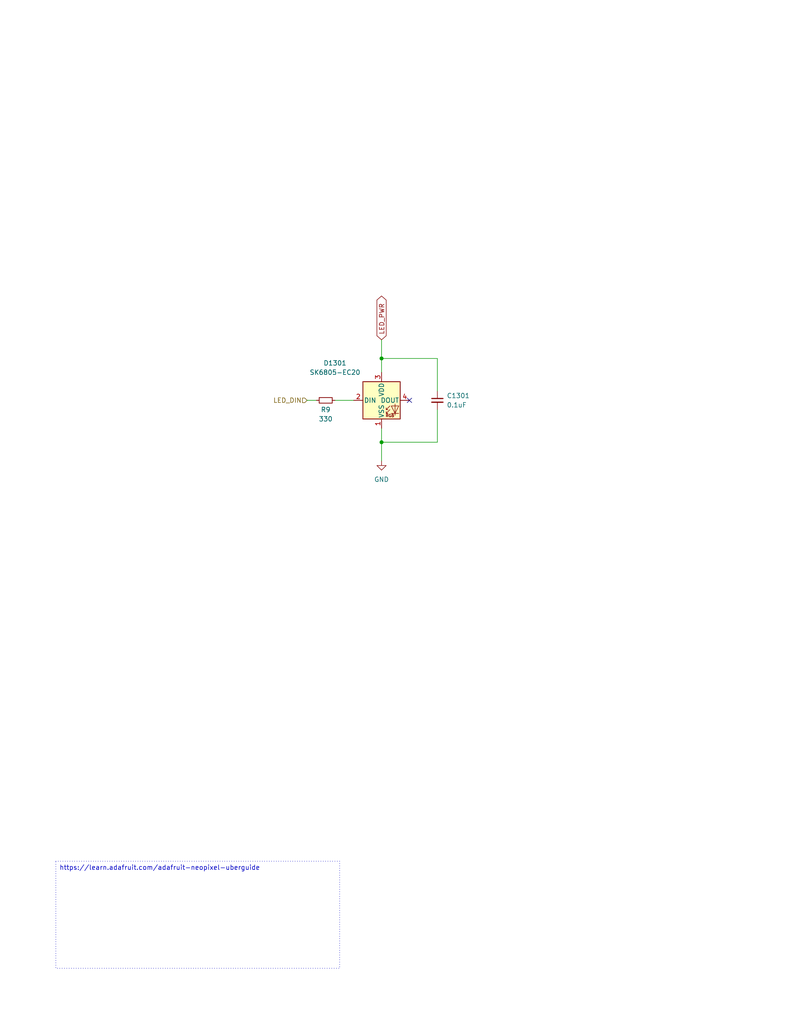
<source format=kicad_sch>
(kicad_sch
	(version 20231120)
	(generator "eeschema")
	(generator_version "8.0")
	(uuid "34ae6786-e656-4179-882b-aee6f147ff80")
	(paper "A" portrait)
	(title_block
		(title "Comms Badge Voice Assistant")
		(date "2024-03-02")
		(rev "0.1.1")
		(company "Home Sweet Home Assistant")
	)
	(lib_symbols
		(symbol "Comms Badge Voice Assistant Project:C_Small"
			(pin_numbers hide)
			(pin_names
				(offset 0.254) hide)
			(exclude_from_sim no)
			(in_bom yes)
			(on_board yes)
			(property "Reference" "C"
				(at 0.254 1.778 0)
				(effects
					(font
						(size 1.27 1.27)
					)
					(justify left)
				)
			)
			(property "Value" "C_Small"
				(at 0.254 -2.032 0)
				(effects
					(font
						(size 1.27 1.27)
					)
					(justify left)
				)
			)
			(property "Footprint" ""
				(at 0 0 0)
				(effects
					(font
						(size 1.27 1.27)
					)
					(hide yes)
				)
			)
			(property "Datasheet" "~"
				(at 0 0 0)
				(effects
					(font
						(size 1.27 1.27)
					)
					(hide yes)
				)
			)
			(property "Description" "Unpolarized capacitor, small symbol"
				(at 0 0 0)
				(effects
					(font
						(size 1.27 1.27)
					)
					(hide yes)
				)
			)
			(property "ki_keywords" "capacitor cap"
				(at 0 0 0)
				(effects
					(font
						(size 1.27 1.27)
					)
					(hide yes)
				)
			)
			(property "ki_fp_filters" "C_*"
				(at 0 0 0)
				(effects
					(font
						(size 1.27 1.27)
					)
					(hide yes)
				)
			)
			(symbol "C_Small_0_1"
				(polyline
					(pts
						(xy -1.524 -0.508) (xy 1.524 -0.508)
					)
					(stroke
						(width 0.3302)
						(type default)
					)
					(fill
						(type none)
					)
				)
				(polyline
					(pts
						(xy -1.524 0.508) (xy 1.524 0.508)
					)
					(stroke
						(width 0.3048)
						(type default)
					)
					(fill
						(type none)
					)
				)
			)
			(symbol "C_Small_1_1"
				(pin passive line
					(at 0 2.54 270)
					(length 2.032)
					(name "~"
						(effects
							(font
								(size 1.27 1.27)
							)
						)
					)
					(number "1"
						(effects
							(font
								(size 1.27 1.27)
							)
						)
					)
				)
				(pin passive line
					(at 0 -2.54 90)
					(length 2.032)
					(name "~"
						(effects
							(font
								(size 1.27 1.27)
							)
						)
					)
					(number "2"
						(effects
							(font
								(size 1.27 1.27)
							)
						)
					)
				)
			)
		)
		(symbol "Comms Badge Voice Assistant Project:GND"
			(power)
			(pin_names
				(offset 0)
			)
			(exclude_from_sim no)
			(in_bom yes)
			(on_board yes)
			(property "Reference" "#PWR"
				(at 0 -6.35 0)
				(effects
					(font
						(size 1.27 1.27)
					)
					(hide yes)
				)
			)
			(property "Value" "GND"
				(at 0 -3.81 0)
				(effects
					(font
						(size 1.27 1.27)
					)
				)
			)
			(property "Footprint" ""
				(at 0 0 0)
				(effects
					(font
						(size 1.27 1.27)
					)
					(hide yes)
				)
			)
			(property "Datasheet" ""
				(at 0 0 0)
				(effects
					(font
						(size 1.27 1.27)
					)
					(hide yes)
				)
			)
			(property "Description" "Power symbol creates a global label with name \"GND\" , ground"
				(at 0 0 0)
				(effects
					(font
						(size 1.27 1.27)
					)
					(hide yes)
				)
			)
			(property "ki_keywords" "global power"
				(at 0 0 0)
				(effects
					(font
						(size 1.27 1.27)
					)
					(hide yes)
				)
			)
			(symbol "GND_0_1"
				(polyline
					(pts
						(xy 0 0) (xy 0 -1.27) (xy 1.27 -1.27) (xy 0 -2.54) (xy -1.27 -1.27) (xy 0 -1.27)
					)
					(stroke
						(width 0)
						(type default)
					)
					(fill
						(type none)
					)
				)
			)
			(symbol "GND_1_1"
				(pin power_in line
					(at 0 0 270)
					(length 0) hide
					(name "GND"
						(effects
							(font
								(size 1.27 1.27)
							)
						)
					)
					(number "1"
						(effects
							(font
								(size 1.27 1.27)
							)
						)
					)
				)
			)
		)
		(symbol "Comms Badge Voice Assistant Project:R_Small"
			(pin_numbers hide)
			(pin_names
				(offset 0.254) hide)
			(exclude_from_sim no)
			(in_bom yes)
			(on_board yes)
			(property "Reference" "R"
				(at 0.762 0.508 0)
				(effects
					(font
						(size 1.27 1.27)
					)
					(justify left)
				)
			)
			(property "Value" "R_Small"
				(at 0.762 -1.016 0)
				(effects
					(font
						(size 1.27 1.27)
					)
					(justify left)
				)
			)
			(property "Footprint" ""
				(at 0 0 0)
				(effects
					(font
						(size 1.27 1.27)
					)
					(hide yes)
				)
			)
			(property "Datasheet" "~"
				(at 0 0 0)
				(effects
					(font
						(size 1.27 1.27)
					)
					(hide yes)
				)
			)
			(property "Description" "Resistor, small symbol"
				(at 0 0 0)
				(effects
					(font
						(size 1.27 1.27)
					)
					(hide yes)
				)
			)
			(property "ki_keywords" "R resistor"
				(at 0 0 0)
				(effects
					(font
						(size 1.27 1.27)
					)
					(hide yes)
				)
			)
			(property "ki_fp_filters" "R_*"
				(at 0 0 0)
				(effects
					(font
						(size 1.27 1.27)
					)
					(hide yes)
				)
			)
			(symbol "R_Small_0_1"
				(rectangle
					(start -0.762 1.778)
					(end 0.762 -1.778)
					(stroke
						(width 0.2032)
						(type default)
					)
					(fill
						(type none)
					)
				)
			)
			(symbol "R_Small_1_1"
				(pin passive line
					(at 0 2.54 270)
					(length 0.762)
					(name "~"
						(effects
							(font
								(size 1.27 1.27)
							)
						)
					)
					(number "1"
						(effects
							(font
								(size 1.27 1.27)
							)
						)
					)
				)
				(pin passive line
					(at 0 -2.54 90)
					(length 0.762)
					(name "~"
						(effects
							(font
								(size 1.27 1.27)
							)
						)
					)
					(number "2"
						(effects
							(font
								(size 1.27 1.27)
							)
						)
					)
				)
			)
		)
		(symbol "Comms Badge Voice Assistant Project:SK6812"
			(pin_names
				(offset 0.254)
			)
			(exclude_from_sim no)
			(in_bom yes)
			(on_board yes)
			(property "Reference" "D"
				(at 5.08 5.715 0)
				(effects
					(font
						(size 1.27 1.27)
					)
					(justify right bottom)
				)
			)
			(property "Value" "SK6812"
				(at 1.27 -5.715 0)
				(effects
					(font
						(size 1.27 1.27)
					)
					(justify left top)
				)
			)
			(property "Footprint" "LED_SMD:LED_SK6812_PLCC4_5.0x5.0mm_P3.2mm"
				(at 1.27 -7.62 0)
				(effects
					(font
						(size 1.27 1.27)
					)
					(justify left top)
					(hide yes)
				)
			)
			(property "Datasheet" "https://cdn-shop.adafruit.com/product-files/1138/SK6812+LED+datasheet+.pdf"
				(at 2.54 -9.525 0)
				(effects
					(font
						(size 1.27 1.27)
					)
					(justify left top)
					(hide yes)
				)
			)
			(property "Description" "RGB LED with integrated controller"
				(at 0 0 0)
				(effects
					(font
						(size 1.27 1.27)
					)
					(hide yes)
				)
			)
			(property "ki_keywords" "RGB LED NeoPixel addressable"
				(at 0 0 0)
				(effects
					(font
						(size 1.27 1.27)
					)
					(hide yes)
				)
			)
			(property "ki_fp_filters" "LED*SK6812*PLCC*5.0x5.0mm*P3.2mm*"
				(at 0 0 0)
				(effects
					(font
						(size 1.27 1.27)
					)
					(hide yes)
				)
			)
			(symbol "SK6812_0_0"
				(text "RGB"
					(at 2.286 -4.191 0)
					(effects
						(font
							(size 0.762 0.762)
						)
					)
				)
			)
			(symbol "SK6812_0_1"
				(polyline
					(pts
						(xy 1.27 -3.556) (xy 1.778 -3.556)
					)
					(stroke
						(width 0)
						(type default)
					)
					(fill
						(type none)
					)
				)
				(polyline
					(pts
						(xy 1.27 -2.54) (xy 1.778 -2.54)
					)
					(stroke
						(width 0)
						(type default)
					)
					(fill
						(type none)
					)
				)
				(polyline
					(pts
						(xy 4.699 -3.556) (xy 2.667 -3.556)
					)
					(stroke
						(width 0)
						(type default)
					)
					(fill
						(type none)
					)
				)
				(polyline
					(pts
						(xy 2.286 -2.54) (xy 1.27 -3.556) (xy 1.27 -3.048)
					)
					(stroke
						(width 0)
						(type default)
					)
					(fill
						(type none)
					)
				)
				(polyline
					(pts
						(xy 2.286 -1.524) (xy 1.27 -2.54) (xy 1.27 -2.032)
					)
					(stroke
						(width 0)
						(type default)
					)
					(fill
						(type none)
					)
				)
				(polyline
					(pts
						(xy 3.683 -1.016) (xy 3.683 -3.556) (xy 3.683 -4.064)
					)
					(stroke
						(width 0)
						(type default)
					)
					(fill
						(type none)
					)
				)
				(polyline
					(pts
						(xy 4.699 -1.524) (xy 2.667 -1.524) (xy 3.683 -3.556) (xy 4.699 -1.524)
					)
					(stroke
						(width 0)
						(type default)
					)
					(fill
						(type none)
					)
				)
				(rectangle
					(start 5.08 5.08)
					(end -5.08 -5.08)
					(stroke
						(width 0.254)
						(type default)
					)
					(fill
						(type background)
					)
				)
			)
			(symbol "SK6812_1_1"
				(pin power_in line
					(at 0 -7.62 90)
					(length 2.54)
					(name "VSS"
						(effects
							(font
								(size 1.27 1.27)
							)
						)
					)
					(number "1"
						(effects
							(font
								(size 1.27 1.27)
							)
						)
					)
				)
				(pin input line
					(at -7.62 0 0)
					(length 2.54)
					(name "DIN"
						(effects
							(font
								(size 1.27 1.27)
							)
						)
					)
					(number "2"
						(effects
							(font
								(size 1.27 1.27)
							)
						)
					)
				)
				(pin power_in line
					(at 0 7.62 270)
					(length 2.54)
					(name "VDD"
						(effects
							(font
								(size 1.27 1.27)
							)
						)
					)
					(number "3"
						(effects
							(font
								(size 1.27 1.27)
							)
						)
					)
				)
				(pin output line
					(at 7.62 0 180)
					(length 2.54)
					(name "DOUT"
						(effects
							(font
								(size 1.27 1.27)
							)
						)
					)
					(number "4"
						(effects
							(font
								(size 1.27 1.27)
							)
						)
					)
				)
			)
		)
	)
	(junction
		(at 104.14 97.79)
		(diameter 0)
		(color 0 0 0 0)
		(uuid "238bab11-91bf-455b-a919-78ba4112b4c0")
	)
	(junction
		(at 104.14 120.65)
		(diameter 0)
		(color 0 0 0 0)
		(uuid "e5c67b4c-9a37-4a65-9872-11c05dfedabc")
	)
	(no_connect
		(at 111.76 109.22)
		(uuid "4a625ed3-b6ae-4c17-a3b0-199f9d9140c6")
	)
	(wire
		(pts
			(xy 119.38 120.65) (xy 104.14 120.65)
		)
		(stroke
			(width 0)
			(type default)
		)
		(uuid "05a7eb41-c1cc-4e98-86a3-e7fe49655a55")
	)
	(wire
		(pts
			(xy 91.44 109.22) (xy 96.52 109.22)
		)
		(stroke
			(width 0)
			(type default)
		)
		(uuid "09344fa8-f5a3-48e7-b330-4867b8904e43")
	)
	(wire
		(pts
			(xy 119.38 97.79) (xy 104.14 97.79)
		)
		(stroke
			(width 0)
			(type default)
		)
		(uuid "37d188b7-8912-419a-9773-231cb9e94e35")
	)
	(wire
		(pts
			(xy 104.14 116.84) (xy 104.14 120.65)
		)
		(stroke
			(width 0)
			(type default)
		)
		(uuid "5d316cce-bef4-4f58-85c3-2e46725bbd8d")
	)
	(wire
		(pts
			(xy 83.82 109.22) (xy 86.36 109.22)
		)
		(stroke
			(width 0)
			(type default)
		)
		(uuid "6fc04cb5-3078-44df-9e65-3b946eb51c4b")
	)
	(wire
		(pts
			(xy 104.14 97.79) (xy 104.14 101.6)
		)
		(stroke
			(width 0)
			(type default)
		)
		(uuid "99c81918-effd-4f66-b0d6-6b590fef96a2")
	)
	(wire
		(pts
			(xy 104.14 120.65) (xy 104.14 125.73)
		)
		(stroke
			(width 0)
			(type default)
		)
		(uuid "9ceacb0a-088c-4a42-99c1-9a0a9b2f2068")
	)
	(wire
		(pts
			(xy 104.14 92.71) (xy 104.14 97.79)
		)
		(stroke
			(width 0)
			(type default)
		)
		(uuid "a00c2f4b-df59-4f0a-ab7d-6e2c7c085433")
	)
	(wire
		(pts
			(xy 119.38 106.68) (xy 119.38 97.79)
		)
		(stroke
			(width 0)
			(type default)
		)
		(uuid "b1407e67-7579-4a6c-942b-61bf23404ab8")
	)
	(wire
		(pts
			(xy 119.38 111.76) (xy 119.38 120.65)
		)
		(stroke
			(width 0)
			(type default)
		)
		(uuid "b260e467-b42b-4b02-bc7f-fc9b72aa63cf")
	)
	(text_box "https://learn.adafruit.com/adafruit-neopixel-uberguide"
		(exclude_from_sim no)
		(at 15.24 234.95 0)
		(size 77.47 29.21)
		(stroke
			(width 0)
			(type dot)
		)
		(fill
			(type none)
		)
		(effects
			(font
				(size 1.27 1.27)
			)
			(justify left top)
		)
		(uuid "5305b13d-4d4c-43ba-af91-6d74592f203b")
	)
	(global_label "LED_PWR"
		(shape tri_state)
		(at 104.14 92.71 90)
		(fields_autoplaced yes)
		(effects
			(font
				(size 1.27 1.27)
			)
			(justify left)
		)
		(uuid "0266ecf3-5e88-4a31-be74-8d6d44f2861a")
		(property "Intersheetrefs" "${INTERSHEET_REFS}"
			(at 104.14 80.2074 90)
			(effects
				(font
					(size 1.27 1.27)
				)
				(justify left)
				(hide yes)
			)
		)
	)
	(hierarchical_label "LED_DIN"
		(shape input)
		(at 83.82 109.22 180)
		(fields_autoplaced yes)
		(effects
			(font
				(size 1.27 1.27)
			)
			(justify right)
		)
		(uuid "5091cab8-3f49-43b6-85db-e6241b1de202")
	)
	(symbol
		(lib_id "Comms Badge Voice Assistant Project:SK6812")
		(at 104.14 109.22 0)
		(unit 1)
		(exclude_from_sim no)
		(in_bom yes)
		(on_board yes)
		(dnp no)
		(uuid "ba135696-c9c7-4aab-bd72-5c2f6f16b2c0")
		(property "Reference" "D1301"
			(at 91.44 99.06 0)
			(effects
				(font
					(size 1.27 1.27)
				)
			)
		)
		(property "Value" "SK6805-EC20"
			(at 91.44 101.6 0)
			(effects
				(font
					(size 1.27 1.27)
				)
			)
		)
		(property "Footprint" "LED_SMD:LED_WS2812B-2020_PLCC4_2.0x2.0mm"
			(at 105.41 116.84 0)
			(effects
				(font
					(size 1.27 1.27)
				)
				(justify left top)
				(hide yes)
			)
		)
		(property "Datasheet" "https://datasheet.lcsc.com/lcsc/2108251530_OPSCO-Optoelectronics-SK6805-EC20_C2890036.pdf"
			(at 106.68 118.745 0)
			(effects
				(font
					(size 1.27 1.27)
				)
				(justify left top)
				(hide yes)
			)
		)
		(property "Description" ""
			(at 104.14 109.22 0)
			(effects
				(font
					(size 1.27 1.27)
				)
				(hide yes)
			)
		)
		(property "LCSC #" "C2890036"
			(at 104.14 109.22 0)
			(effects
				(font
					(size 1.27 1.27)
				)
				(hide yes)
			)
		)
		(property "Mfr. Part #" "SK6805-EC20"
			(at 104.14 109.22 0)
			(effects
				(font
					(size 1.27 1.27)
				)
				(hide yes)
			)
		)
		(property "DigiKey #" "NA"
			(at 104.14 109.22 0)
			(effects
				(font
					(size 1.27 1.27)
				)
				(hide yes)
			)
		)
		(property "Mouser #" "NA"
			(at 104.14 109.22 0)
			(effects
				(font
					(size 1.27 1.27)
				)
				(hide yes)
			)
		)
		(property "Price" "0.2103"
			(at 104.14 109.22 0)
			(effects
				(font
					(size 1.27 1.27)
				)
				(hide yes)
			)
		)
		(pin "1"
			(uuid "7b779fdf-d273-4544-95d8-16350fe64ff1")
		)
		(pin "2"
			(uuid "16793a1b-b177-4e43-8ff3-369d24442260")
		)
		(pin "3"
			(uuid "d3a7a8b8-ecc4-48f3-9471-cf41a701746e")
		)
		(pin "4"
			(uuid "e483027f-a441-4a75-977a-48f197ce1608")
		)
		(instances
			(project "Comms Badge Voice Assistant Project"
				(path "/615e3260-ff62-492c-a651-02eeac1fdade/5fa97130-643a-4419-aa6c-6ca7316b1e6f/c04f37a8-bbc2-4488-aaf0-b2cc81993b41"
					(reference "D1301")
					(unit 1)
				)
			)
		)
	)
	(symbol
		(lib_id "Comms Badge Voice Assistant Project:R_Small")
		(at 88.9 109.22 90)
		(mirror x)
		(unit 1)
		(exclude_from_sim no)
		(in_bom yes)
		(on_board yes)
		(dnp no)
		(uuid "be191d0b-1b1a-4e35-b4ed-717d9d72f359")
		(property "Reference" "R9"
			(at 88.9 111.76 90)
			(effects
				(font
					(size 1.27 1.27)
				)
			)
		)
		(property "Value" "330"
			(at 88.9 114.3 90)
			(effects
				(font
					(size 1.27 1.27)
				)
			)
		)
		(property "Footprint" "Resistor_SMD:R_0402_1005Metric"
			(at 88.9 109.22 0)
			(effects
				(font
					(size 1.27 1.27)
				)
				(hide yes)
			)
		)
		(property "Datasheet" "https://datasheet.lcsc.com/lcsc/2304140030_YAGEO-RC0402FR-07330RL_C105875.pdf"
			(at 88.9 109.22 0)
			(effects
				(font
					(size 1.27 1.27)
				)
				(hide yes)
			)
		)
		(property "Description" ""
			(at 88.9 109.22 0)
			(effects
				(font
					(size 1.27 1.27)
				)
				(hide yes)
			)
		)
		(property "LCSC #" "C105875"
			(at 88.9 109.22 0)
			(effects
				(font
					(size 1.27 1.27)
				)
				(hide yes)
			)
		)
		(property "Mfr. Part #" "RC0402FR-07330RL"
			(at 88.9 109.22 0)
			(effects
				(font
					(size 1.27 1.27)
				)
				(hide yes)
			)
		)
		(property "DigiKey #" "311-330LRCT-ND"
			(at 88.9 109.22 0)
			(effects
				(font
					(size 1.27 1.27)
				)
				(hide yes)
			)
		)
		(property "Mouser #" "603-RC0402FR-07330RL"
			(at 88.9 109.22 0)
			(effects
				(font
					(size 1.27 1.27)
				)
				(hide yes)
			)
		)
		(property "Price" "0.0007"
			(at 88.9 109.22 0)
			(effects
				(font
					(size 1.27 1.27)
				)
				(hide yes)
			)
		)
		(pin "1"
			(uuid "447bca1d-429d-4d45-8461-d0b80ceeaf6c")
		)
		(pin "2"
			(uuid "2020ae83-42b9-4486-a98e-9cdb75f02f67")
		)
		(instances
			(project "LED Plasmid Bottle"
				(path "/49124571-f0f2-4f3a-b22c-6c3d90e137a0"
					(reference "R9")
					(unit 1)
				)
				(path "/49124571-f0f2-4f3a-b22c-6c3d90e137a0/5dadeae4-a124-417a-84b0-05bf0019cfdb"
					(reference "R401")
					(unit 1)
				)
			)
			(project "Comms Badge Voice Assistant Project"
				(path "/615e3260-ff62-492c-a651-02eeac1fdade/5fa97130-643a-4419-aa6c-6ca7316b1e6f/c04f37a8-bbc2-4488-aaf0-b2cc81993b41"
					(reference "R1301")
					(unit 1)
				)
			)
		)
	)
	(symbol
		(lib_id "Comms Badge Voice Assistant Project:C_Small")
		(at 119.38 109.22 0)
		(unit 1)
		(exclude_from_sim no)
		(in_bom yes)
		(on_board yes)
		(dnp no)
		(fields_autoplaced yes)
		(uuid "e4982712-4add-4fbf-a946-7616ab0387f2")
		(property "Reference" "C1301"
			(at 121.92 107.9563 0)
			(effects
				(font
					(size 1.27 1.27)
				)
				(justify left)
			)
		)
		(property "Value" "0.1uF"
			(at 121.92 110.4963 0)
			(effects
				(font
					(size 1.27 1.27)
				)
				(justify left)
			)
		)
		(property "Footprint" "Capacitor_SMD:C_0402_1005Metric"
			(at 119.38 109.22 0)
			(effects
				(font
					(size 1.27 1.27)
				)
				(hide yes)
			)
		)
		(property "Datasheet" "https://datasheet.lcsc.com/lcsc/2304140030_Murata-Electronics-GRM155R61H104JE14D_C426067.pdf"
			(at 119.38 109.22 0)
			(effects
				(font
					(size 1.27 1.27)
				)
				(hide yes)
			)
		)
		(property "Description" ""
			(at 119.38 109.22 0)
			(effects
				(font
					(size 1.27 1.27)
				)
				(hide yes)
			)
		)
		(property "LCSC #" "C426067"
			(at 119.38 109.22 0)
			(effects
				(font
					(size 1.27 1.27)
				)
				(hide yes)
			)
		)
		(property "Mfr. Part #" "GRM155R61H104JE14D"
			(at 119.38 109.22 0)
			(effects
				(font
					(size 1.27 1.27)
				)
				(hide yes)
			)
		)
		(property "DigiKey #" "490-16356-1-ND"
			(at 119.38 109.22 0)
			(effects
				(font
					(size 1.27 1.27)
				)
				(hide yes)
			)
		)
		(property "Mouser #" "81-GRM155R61H104JE4D "
			(at 119.38 109.22 0)
			(effects
				(font
					(size 1.27 1.27)
				)
				(hide yes)
			)
		)
		(property "Price" "0.0068"
			(at 119.38 109.22 0)
			(effects
				(font
					(size 1.27 1.27)
				)
				(hide yes)
			)
		)
		(pin "1"
			(uuid "21a325b8-8e08-431c-824f-fc047206f038")
		)
		(pin "2"
			(uuid "a3dc236a-e356-45b3-8895-0ff909cff99f")
		)
		(instances
			(project "Comms Badge Voice Assistant Project"
				(path "/615e3260-ff62-492c-a651-02eeac1fdade/5fa97130-643a-4419-aa6c-6ca7316b1e6f/c04f37a8-bbc2-4488-aaf0-b2cc81993b41"
					(reference "C1301")
					(unit 1)
				)
			)
		)
	)
	(symbol
		(lib_id "Comms Badge Voice Assistant Project:GND")
		(at 104.14 125.73 0)
		(unit 1)
		(exclude_from_sim no)
		(in_bom yes)
		(on_board yes)
		(dnp no)
		(fields_autoplaced yes)
		(uuid "f4703288-07d1-45f4-83f1-e1834c9608a9")
		(property "Reference" "#PWR01302"
			(at 104.14 132.08 0)
			(effects
				(font
					(size 1.27 1.27)
				)
				(hide yes)
			)
		)
		(property "Value" "GND"
			(at 104.14 130.81 0)
			(effects
				(font
					(size 1.27 1.27)
				)
			)
		)
		(property "Footprint" ""
			(at 104.14 125.73 0)
			(effects
				(font
					(size 1.27 1.27)
				)
				(hide yes)
			)
		)
		(property "Datasheet" ""
			(at 104.14 125.73 0)
			(effects
				(font
					(size 1.27 1.27)
				)
				(hide yes)
			)
		)
		(property "Description" ""
			(at 104.14 125.73 0)
			(effects
				(font
					(size 1.27 1.27)
				)
				(hide yes)
			)
		)
		(pin "1"
			(uuid "2cfecf25-3671-4093-a14a-ac670136b26f")
		)
		(instances
			(project "Comms Badge Voice Assistant Project"
				(path "/615e3260-ff62-492c-a651-02eeac1fdade/5fa97130-643a-4419-aa6c-6ca7316b1e6f/c04f37a8-bbc2-4488-aaf0-b2cc81993b41"
					(reference "#PWR01302")
					(unit 1)
				)
			)
		)
	)
)
</source>
